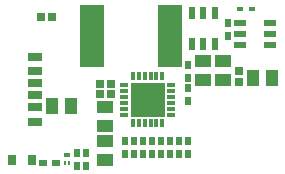
<source format=gtp>
G04*
G04 #@! TF.GenerationSoftware,Altium Limited,Altium Designer,23.5.1 (21)*
G04*
G04 Layer_Color=8421504*
%FSLAX44Y44*%
%MOMM*%
G71*
G04*
G04 #@! TF.SameCoordinates,E7796D47-8282-4EC7-A355-9F660DFBD72A*
G04*
G04*
G04 #@! TF.FilePolarity,Positive*
G04*
G01*
G75*
%ADD14R,1.2000X0.8000*%
%ADD15R,1.2000X0.7600*%
%ADD16R,1.2000X0.7000*%
%ADD17R,0.6000X0.7000*%
%ADD18R,0.5500X1.1000*%
%ADD19R,1.1000X0.5500*%
%ADD20R,0.5100X0.3200*%
%ADD21R,2.8500X2.8500*%
%ADD22R,0.7500X0.3000*%
%ADD23R,0.3000X0.7500*%
%ADD24R,0.2200X0.3500*%
%ADD25R,0.6000X0.3500*%
%ADD26R,2.0000X5.3000*%
%ADD27R,1.4700X1.0200*%
%ADD28R,0.6400X0.6500*%
%ADD29R,0.7000X0.6000*%
%ADD30R,0.8000X0.9500*%
%ADD31R,1.0200X1.4700*%
%ADD32R,0.6500X0.6400*%
D14*
X20612Y-32170D02*
D03*
Y-87170D02*
D03*
D15*
Y-44470D02*
D03*
Y-74870D02*
D03*
D16*
Y-64670D02*
D03*
Y-54670D02*
D03*
D17*
X104642Y-114940D02*
D03*
Y-103940D02*
D03*
X150583Y-49773D02*
D03*
X150583Y-38773D02*
D03*
X56302Y-124460D02*
D03*
X56302Y-113460D02*
D03*
X112262Y-114940D02*
D03*
X97022Y-114940D02*
D03*
X142742Y-114940D02*
D03*
X127502Y-114940D02*
D03*
X150583Y-69663D02*
D03*
Y-58663D02*
D03*
X183857Y-14213D02*
D03*
Y-3213D02*
D03*
X63922Y-113460D02*
D03*
X63922Y-124460D02*
D03*
X127502Y-103940D02*
D03*
X135122D02*
D03*
X135122Y-114940D02*
D03*
X142742Y-103940D02*
D03*
X150362D02*
D03*
X150362Y-114940D02*
D03*
X97022Y-103940D02*
D03*
X112262D02*
D03*
X119882D02*
D03*
X119882Y-114940D02*
D03*
D18*
X153783Y-20993D02*
D03*
X163283D02*
D03*
X172783D02*
D03*
Y5007D02*
D03*
X163283D02*
D03*
X153783D02*
D03*
D19*
X220073Y-22273D02*
D03*
Y-12773D02*
D03*
X220073Y-3273D02*
D03*
X194073D02*
D03*
X194073Y-12773D02*
D03*
Y-22273D02*
D03*
D20*
X194073Y8157D02*
D03*
X204073D02*
D03*
D21*
X116112Y-68700D02*
D03*
D22*
X96112Y-81200D02*
D03*
Y-76200D02*
D03*
Y-71200D02*
D03*
Y-66200D02*
D03*
Y-61200D02*
D03*
Y-56200D02*
D03*
X136112D02*
D03*
Y-61200D02*
D03*
Y-66200D02*
D03*
Y-71200D02*
D03*
Y-76200D02*
D03*
Y-81200D02*
D03*
D23*
X103612Y-48700D02*
D03*
X108612D02*
D03*
X113612D02*
D03*
X118612D02*
D03*
X123612D02*
D03*
X128612D02*
D03*
Y-88700D02*
D03*
X123612D02*
D03*
X118612D02*
D03*
X113612D02*
D03*
X108612D02*
D03*
X103612D02*
D03*
D24*
X46152Y-121920D02*
D03*
X49952D02*
D03*
D25*
X48052Y-115420D02*
D03*
D26*
X69343Y-14343D02*
D03*
X135343D02*
D03*
D27*
X80262Y-103730D02*
D03*
Y-119930D02*
D03*
X80262Y-91250D02*
D03*
Y-75050D02*
D03*
X163283Y-35933D02*
D03*
X179793D02*
D03*
Y-52133D02*
D03*
X163283Y-52133D02*
D03*
D28*
X75902Y-55150D02*
D03*
Y-64150D02*
D03*
X84792D02*
D03*
Y-55150D02*
D03*
X193645Y-44285D02*
D03*
Y-53285D02*
D03*
D29*
X38532Y-121920D02*
D03*
X27532D02*
D03*
D30*
X862Y-119380D02*
D03*
X17862Y-119380D02*
D03*
D31*
X205193Y-49903D02*
D03*
X221393Y-49903D02*
D03*
X35182Y-73630D02*
D03*
X51382D02*
D03*
D32*
X35052Y1270D02*
D03*
X26052D02*
D03*
M02*

</source>
